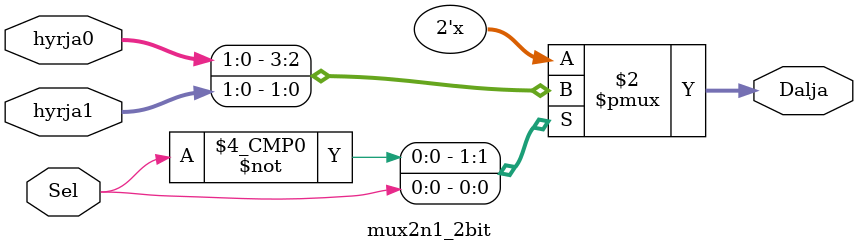
<source format=v>
`timescale 1ns / 1ps


module mux2n1_2bit(
  input [1:0] hyrja0,
  input [1:0] hyrja1,
  input Sel,
  output reg [1:0] Dalja
);

always @* begin
    case(Sel)
        1'b0: Dalja = hyrja0;
        1'b1: Dalja = hyrja1;
    endcase
end
endmodule

</source>
